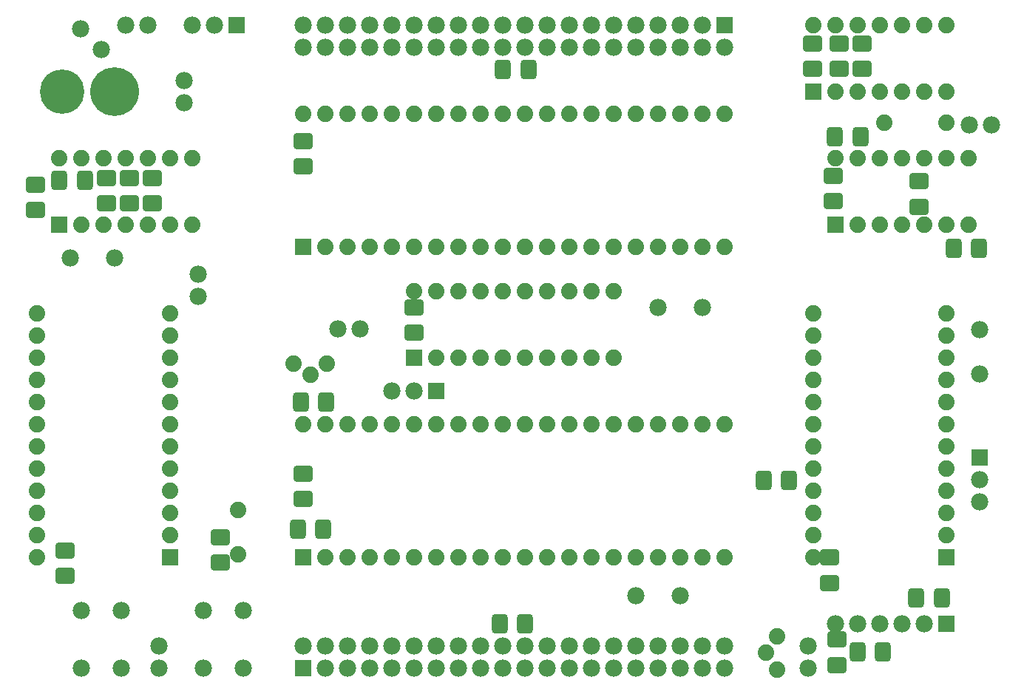
<source format=gbs>
G04*
G04  File:            8048_BOARD.GBS, Tue Feb 07 20:34:03 2017*
G04  Source:          P-CAD 2006 PCB, Version 19.02.958*
G04  Format:          Gerber Format (RS-274-D), ASCII*
G04*
G04  Format Options:  Absolute Positioning*
G04                   Leading-Zero Suppression*
G04                   Scale Factor 1:1*
G04                   NO Circular Interpolation*
G04                   Millimeter Units*
G04                   Numeric Format: 4.4 (XXXX.XXXX)*
G04                   G54 NOT Used for Aperture Change*
G04                   Apertures Embedded*
G04*
G04  File Options:    Offset = (0.000mm,0.000mm)*
G04                   Drill Symbol Size = 2.032mm*
G04                   No Pad/Via Holes*
G04*
G04  File Contents:   Pads*
G04                   No Vias*
G04                   No Designators*
G04                   No Types*
G04                   No Values*
G04                   No Drill Symbols*
G04                   Bot Mask*
G04*
%IN8048_BOARD.GBS*%
%ICAS*%
%MOMM*%
G04*
G04  Aperture MACROs for general use --- invoked via D-code assignment *
G04*
G04  General MACRO for flashed round with rotation and/or offset hole *
%AMROTOFFROUND*
1,1,$1,0.0000,0.0000*
1,0,$2,$3,$4*%
G04*
G04  General MACRO for flashed oval (obround) with rotation and/or offset hole *
%AMROTOFFOVAL*
21,1,$1,$2,0.0000,0.0000,$3*
1,1,$4,$5,$6*
1,1,$4,0-$5,0-$6*
1,0,$7,$8,$9*%
G04*
G04  General MACRO for flashed oval (obround) with rotation and no hole *
%AMROTOVALNOHOLE*
21,1,$1,$2,0.0000,0.0000,$3*
1,1,$4,$5,$6*
1,1,$4,0-$5,0-$6*%
G04*
G04  General MACRO for flashed rectangle with rotation and/or offset hole *
%AMROTOFFRECT*
21,1,$1,$2,0.0000,0.0000,$3*
1,0,$4,$5,$6*%
G04*
G04  General MACRO for flashed rectangle with rotation and no hole *
%AMROTRECTNOHOLE*
21,1,$1,$2,0.0000,0.0000,$3*%
G04*
G04  General MACRO for flashed rounded-rectangle *
%AMROUNDRECT*
21,1,$1,$2-$4,0.0000,0.0000,$3*
21,1,$1-$4,$2,0.0000,0.0000,$3*
1,1,$4,$5,$6*
1,1,$4,$7,$8*
1,1,$4,0-$5,0-$6*
1,1,$4,0-$7,0-$8*
1,0,$9,$10,$11*%
G04*
G04  General MACRO for flashed rounded-rectangle with rotation and no hole *
%AMROUNDRECTNOHOLE*
21,1,$1,$2-$4,0.0000,0.0000,$3*
21,1,$1-$4,$2,0.0000,0.0000,$3*
1,1,$4,$5,$6*
1,1,$4,$7,$8*
1,1,$4,0-$5,0-$6*
1,1,$4,0-$7,0-$8*%
G04*
G04  General MACRO for flashed regular polygon *
%AMREGPOLY*
5,1,$1,0.0000,0.0000,$2,$3+$4*
1,0,$5,$6,$7*%
G04*
G04  General MACRO for flashed regular polygon with no hole *
%AMREGPOLYNOHOLE*
5,1,$1,0.0000,0.0000,$2,$3+$4*%
G04*
G04  General MACRO for target *
%AMTARGET*
6,0,0,$1,$2,$3,4,$4,$5,$6*%
G04*
G04  General MACRO for mounting hole *
%AMMTHOLE*
1,1,$1,0,0*
1,0,$2,0,0*
$1=$1-$2*
$1=$1/2*
21,1,$2+$1,$3,0,0,$4*
21,1,$3,$2+$1,0,0,$4*%
G04*
G04*
G04  D10 : "Ellipse X0.254mm Y0.254mm H0.000mm 0.0deg (0.000mm,0.000mm) Draw"*
G04  Disc: OuterDia=0.2540*
%ADD10C, 0.2540*%
G04  D11 : "Ellipse X0.400mm Y0.400mm H0.000mm 0.0deg (0.000mm,0.000mm) Draw"*
G04  Disc: OuterDia=0.4000*
%ADD11C, 0.4000*%
G04  D12 : "Ellipse X0.500mm Y0.500mm H0.000mm 0.0deg (0.000mm,0.000mm) Draw"*
G04  Disc: OuterDia=0.5000*
%ADD12C, 0.5000*%
G04  D13 : "Ellipse X0.600mm Y0.600mm H0.000mm 0.0deg (0.000mm,0.000mm) Draw"*
G04  Disc: OuterDia=0.6000*
%ADD13C, 0.6000*%
G04  D14 : "Ellipse X0.100mm Y0.100mm H0.000mm 0.0deg (0.000mm,0.000mm) Draw"*
G04  Disc: OuterDia=0.1000*
%ADD14C, 0.1000*%
G04  D15 : "Ellipse X1.000mm Y1.000mm H0.000mm 0.0deg (0.000mm,0.000mm) Draw"*
G04  Disc: OuterDia=1.0000*
%ADD15C, 1.0000*%
G04  D16 : "Ellipse X0.102mm Y0.102mm H0.000mm 0.0deg (0.000mm,0.000mm) Draw"*
G04  Disc: OuterDia=0.1016*
%ADD16C, 0.1016*%
G04  D17 : "Ellipse X0.127mm Y0.127mm H0.000mm 0.0deg (0.000mm,0.000mm) Draw"*
G04  Disc: OuterDia=0.1270*
%ADD17C, 0.1270*%
G04  D18 : "Ellipse X1.500mm Y1.500mm H0.000mm 0.0deg (0.000mm,0.000mm) Draw"*
G04  Disc: OuterDia=1.5000*
%ADD18C, 1.5000*%
G04  D19 : "Ellipse X0.200mm Y0.200mm H0.000mm 0.0deg (0.000mm,0.000mm) Draw"*
G04  Disc: OuterDia=0.2000*
%ADD19C, 0.2000*%
G04  D20 : "Ellipse X2.000mm Y2.000mm H0.000mm 0.0deg (0.000mm,0.000mm) Draw"*
G04  Disc: OuterDia=2.0000*
%ADD20C, 2.0000*%
G04  D21 : "Ellipse X0.250mm Y0.250mm H0.000mm 0.0deg (0.000mm,0.000mm) Draw"*
G04  Disc: OuterDia=0.2500*
%ADD21C, 0.2500*%
G04  D22 : "Ellipse X4.700mm Y4.700mm H0.000mm 0.0deg (0.000mm,0.000mm) Flash"*
G04  Disc: OuterDia=4.7000*
%ADD22C, 4.7000*%
G04  D23 : "Ellipse X5.081mm Y5.081mm H0.000mm 0.0deg (0.000mm,0.000mm) Flash"*
G04  Disc: OuterDia=5.0810*
%ADD23C, 5.0810*%
G04  D24 : "Ellipse X5.200mm Y5.200mm H0.000mm 0.0deg (0.000mm,0.000mm) Flash"*
G04  Disc: OuterDia=5.2000*
%ADD24C, 5.2000*%
G04  D25 : "Ellipse X5.581mm Y5.581mm H0.000mm 0.0deg (0.000mm,0.000mm) Flash"*
G04  Disc: OuterDia=5.5810*
%ADD25C, 5.5810*%
G04  D26 : "Ellipse X1.500mm Y1.500mm H0.000mm 0.0deg (0.000mm,0.000mm) Flash"*
G04  Disc: OuterDia=1.5000*
%ADD26C, 1.5000*%
G04  D27 : "Ellipse X1.600mm Y1.600mm H0.000mm 0.0deg (0.000mm,0.000mm) Flash"*
G04  Disc: OuterDia=1.6000*
%ADD27C, 1.6000*%
G04  D28 : "Ellipse X1.881mm Y1.881mm H0.000mm 0.0deg (0.000mm,0.000mm) Flash"*
G04  Disc: OuterDia=1.8810*
%ADD28C, 1.8810*%
G04  D29 : "Ellipse X1.981mm Y1.981mm H0.000mm 0.0deg (0.000mm,0.000mm) Flash"*
G04  Disc: OuterDia=1.9810*
%ADD29C, 1.9810*%
G04  D30 : "Rounded Rectangle X3.000mm Y2.000mm H0.000mm 0.0deg (0.000mm,0.000mm) Flash"*
G04  RoundRct: DimX=3.0000, DimY=2.0000, CornerRad=0.5000, Rotation=0.0, OffsetX=0.0000, OffsetY=0.0000, HoleDia=0.0000 *
%ADD30ROUNDRECTNOHOLE, 3.0000 X2.0000 X0.0 X1.0000 X-1.0000 X-0.5000 X-1.0000 X0.5000*%
G04  D31 : "Rounded Rectangle X3.381mm Y2.381mm H0.000mm 0.0deg (0.000mm,0.000mm) Flash"*
G04  RoundRct: DimX=3.3810, DimY=2.3810, CornerRad=0.5953, Rotation=0.0, OffsetX=0.0000, OffsetY=0.0000, HoleDia=0.0000 *
%ADD31ROUNDRECTNOHOLE, 3.3810 X2.3810 X0.0 X1.1905 X-1.0953 X-0.5953 X-1.0953 X0.5953*%
G04  D32 : "Rounded Rectangle X1.500mm Y1.900mm H0.000mm 0.0deg (0.000mm,0.000mm) Flash"*
G04  RoundRct: DimX=1.5000, DimY=1.9000, CornerRad=0.3750, Rotation=0.0, OffsetX=0.0000, OffsetY=0.0000, HoleDia=0.0000 *
%ADD32ROUNDRECTNOHOLE, 1.5000 X1.9000 X0.0 X0.7500 X-0.3750 X-0.5750 X-0.3750 X0.5750*%
G04  D33 : "Rounded Rectangle X1.900mm Y1.500mm H0.000mm 0.0deg (0.000mm,0.000mm) Flash"*
G04  RoundRct: DimX=1.9000, DimY=1.5000, CornerRad=0.3750, Rotation=0.0, OffsetX=0.0000, OffsetY=0.0000, HoleDia=0.0000 *
%ADD33ROUNDRECTNOHOLE, 1.9000 X1.5000 X0.0 X0.7500 X-0.5750 X-0.3750 X-0.5750 X0.3750*%
G04  D34 : "Rounded Rectangle X1.700mm Y3.000mm H0.000mm 0.0deg (0.000mm,0.000mm) Flash"*
G04  RoundRct: DimX=1.7000, DimY=3.0000, CornerRad=0.4250, Rotation=0.0, OffsetX=0.0000, OffsetY=0.0000, HoleDia=0.0000 *
%ADD34ROUNDRECTNOHOLE, 1.7000 X3.0000 X0.0 X0.8500 X-0.4250 X-1.0750 X-0.4250 X1.0750*%
G04  D35 : "Rounded Rectangle X3.000mm Y1.700mm H0.000mm 0.0deg (0.000mm,0.000mm) Flash"*
G04  RoundRct: DimX=3.0000, DimY=1.7000, CornerRad=0.4250, Rotation=0.0, OffsetX=0.0000, OffsetY=0.0000, HoleDia=0.0000 *
%ADD35ROUNDRECTNOHOLE, 3.0000 X1.7000 X0.0 X0.8500 X-1.0750 X-0.4250 X-1.0750 X0.4250*%
G04  D36 : "Rounded Rectangle X1.881mm Y2.281mm H0.000mm 0.0deg (0.000mm,0.000mm) Flash"*
G04  RoundRct: DimX=1.8810, DimY=2.2810, CornerRad=0.4703, Rotation=0.0, OffsetX=0.0000, OffsetY=0.0000, HoleDia=0.0000 *
%ADD36ROUNDRECTNOHOLE, 1.8810 X2.2810 X0.0 X0.9405 X-0.4703 X-0.6703 X-0.4703 X0.6703*%
G04  D37 : "Rounded Rectangle X2.281mm Y1.881mm H0.000mm 0.0deg (0.000mm,0.000mm) Flash"*
G04  RoundRct: DimX=2.2810, DimY=1.8810, CornerRad=0.4703, Rotation=0.0, OffsetX=0.0000, OffsetY=0.0000, HoleDia=0.0000 *
%ADD37ROUNDRECTNOHOLE, 2.2810 X1.8810 X0.0 X0.9405 X-0.6703 X-0.4703 X-0.6703 X0.4703*%
G04  D38 : "Rounded Rectangle X2.081mm Y3.381mm H0.000mm 0.0deg (0.000mm,0.000mm) Flash"*
G04  RoundRct: DimX=2.0810, DimY=3.3810, CornerRad=0.5202, Rotation=0.0, OffsetX=0.0000, OffsetY=0.0000, HoleDia=0.0000 *
%ADD38ROUNDRECTNOHOLE, 2.0810 X3.3810 X0.0 X1.0405 X-0.5202 X-1.1703 X-0.5202 X1.1703*%
G04  D39 : "Rounded Rectangle X3.381mm Y2.081mm H0.000mm 0.0deg (0.000mm,0.000mm) Flash"*
G04  RoundRct: DimX=3.3810, DimY=2.0810, CornerRad=0.5202, Rotation=0.0, OffsetX=0.0000, OffsetY=0.0000, HoleDia=0.0000 *
%ADD39ROUNDRECTNOHOLE, 3.3810 X2.0810 X0.0 X1.0405 X-1.1703 X-0.5202 X-1.1703 X0.5202*%
G04  D40 : "Rectangle X1.500mm Y1.500mm H0.000mm 0.0deg (0.000mm,0.000mm) Flash"*
G04  Square: Side=1.5000, Rotation=0.0, OffsetX=0.0000, OffsetY=0.0000, HoleDia=0.0000*
%ADD40R, 1.5000 X1.5000*%
G04  D41 : "Rectangle X1.600mm Y1.600mm H0.000mm 0.0deg (0.000mm,0.000mm) Flash"*
G04  Square: Side=1.6000, Rotation=0.0, OffsetX=0.0000, OffsetY=0.0000, HoleDia=0.0000*
%ADD41R, 1.6000 X1.6000*%
G04  D42 : "Rectangle X1.881mm Y1.881mm H0.000mm 0.0deg (0.000mm,0.000mm) Flash"*
G04  Square: Side=1.8810, Rotation=0.0, OffsetX=0.0000, OffsetY=0.0000, HoleDia=0.0000*
%ADD42R, 1.8810 X1.8810*%
G04  D43 : "Rectangle X1.981mm Y1.981mm H0.000mm 0.0deg (0.000mm,0.000mm) Flash"*
G04  Square: Side=1.9810, Rotation=0.0, OffsetX=0.0000, OffsetY=0.0000, HoleDia=0.0000*
%ADD43R, 1.9810 X1.9810*%
G04  D44 : "Ellipse X4.500mm Y4.500mm H0.000mm 0.0deg (0.000mm,0.000mm) Flash"*
G04  Disc: OuterDia=4.5000*
%ADD44C, 4.5000*%
G04  D45 : "Ellipse X4.881mm Y4.881mm H0.000mm 0.0deg (0.000mm,0.000mm) Flash"*
G04  Disc: OuterDia=4.8810*
%ADD45C, 4.8810*%
G04  D46 : "Ellipse X1.000mm Y1.000mm H0.000mm 0.0deg (0.000mm,0.000mm) Flash"*
G04  Disc: OuterDia=1.0000*
%ADD46C, 1.0000*%
G04  D47 : "Ellipse X1.381mm Y1.381mm H0.000mm 0.0deg (0.000mm,0.000mm) Flash"*
G04  Disc: OuterDia=1.3810*
%ADD47C, 1.3810*%
G04*
%FSLAX44Y44*%
%SFA1B1*%
%OFA0.000B0.000*%
G04*
G71*
G90*
G01*
D2*
%LNBot Mask*%
D37*
X658000Y2150000D3*
Y2179000D3*
D29*
X749300Y2095500D3*
X698500D3*
X734000Y2334000D3*
X800100Y1651000D3*
Y1625600D3*
D37*
X792000Y2158000D3*
Y2187000D3*
D29*
X1030000Y2014000D3*
X1004600D3*
X1346200Y1708150D3*
X1397000D3*
X1422400Y2038350D3*
D37*
X1576000Y1658000D3*
Y1629000D3*
X1548600Y2312000D3*
Y2341000D3*
D29*
X1739900Y1962150D3*
Y2012950D3*
D36*
X1710000Y2106000D3*
X1739000D3*
D29*
X710000Y2358000D3*
D37*
X869950Y1746250D3*
Y1775250D3*
X965200Y1847850D3*
Y1818850D3*
Y2228850D3*
Y2199850D3*
X1568000Y1752000D3*
Y1723000D3*
D36*
X685800Y2184400D3*
X714800D3*
D37*
X740000Y2158000D3*
Y2187000D3*
X766000Y2158000D3*
Y2187000D3*
D43*
X1117600Y1943100D3*
D29*
X1066800D3*
X1092200D3*
D37*
Y2038350D3*
Y2009350D3*
D29*
X1543050Y1625600D3*
Y1651000D3*
D28*
X1508000Y1624000D3*
X1495300Y1643050D3*
X1508000Y1662100D3*
D29*
X1371600Y2038350D3*
D36*
X1600000Y1644000D3*
X1629000D3*
X1696000Y1706000D3*
X1667000D3*
D37*
X1670000Y2154000D3*
Y2183000D3*
D29*
X1727300Y2248000D3*
X1752700D3*
D28*
X1701620Y2250000D3*
X1630500D3*
D37*
X1604600Y2312000D3*
Y2341000D3*
X1578600Y2312000D3*
Y2341000D3*
D29*
X711200Y1625600D3*
X756920D3*
X711200Y1691640D3*
X756920D3*
X850900Y1625600D3*
X896620D3*
X850900Y1691640D3*
X896620D3*
D28*
X890000Y1806800D3*
Y1756000D3*
D37*
X692000Y1760000D3*
Y1731000D3*
D29*
X844550Y2076450D3*
Y2051050D3*
X787400Y2362200D3*
X762000D3*
D43*
X889000D3*
D29*
X838200D3*
X863600D3*
X828450Y2298700D3*
Y2273300D3*
D36*
X1219200Y1676400D3*
X1190200D3*
X1193800Y2311400D3*
X1222800D3*
X1492000Y1840000D3*
X1521000D3*
D28*
X812800Y2133600D3*
X838200D3*
X736600D3*
X762000D3*
D42*
X685800D3*
D28*
X812800Y2209800D3*
X838200D3*
X762000D3*
X736600D3*
X685800D3*
X787400Y2133600D3*
X711200D3*
X787400Y2209800D3*
X711200D3*
X812800Y2006600D3*
Y2032000D3*
Y1930400D3*
Y1955800D3*
Y1854200D3*
Y1879600D3*
Y1778000D3*
Y1803400D3*
X660400Y2032000D3*
Y2006600D3*
Y1930400D3*
Y1955800D3*
Y1854200D3*
Y1879600D3*
Y1778000D3*
Y1803400D3*
X812800Y1981200D3*
Y1905000D3*
D42*
Y1752600D3*
D28*
Y1828800D3*
X660400Y1981200D3*
Y1905000D3*
Y1828800D3*
Y1752600D3*
D43*
X1739900Y1866900D3*
D29*
Y1816100D3*
Y1841500D3*
D36*
X958850Y1784350D3*
X987850D3*
D37*
X1572000Y2160000D3*
Y2189000D3*
D28*
X1295400Y1981200D3*
X1320800D3*
X1219200D3*
X1244600D3*
X1143000D3*
X1168400D3*
D42*
X1092200D3*
D28*
X1295400Y2057400D3*
X1320800D3*
X1219200D3*
X1244600D3*
X1143000D3*
X1168400D3*
X1092200D3*
X1270000Y1981200D3*
X1193800D3*
X1117600D3*
X1270000Y2057400D3*
X1193800D3*
X1117600D3*
D36*
X962000Y1930000D3*
X991000D3*
D28*
X992000Y1974000D3*
X972950Y1961300D3*
X953900Y1974000D3*
D23*
X688650Y2286000D3*
D25*
X748650D3*
D29*
X1676400Y1676400D3*
X1651000D3*
X1574800D3*
X1600200D3*
D43*
X1701800D3*
D29*
X1625600D3*
D36*
X1574000Y2234000D3*
X1603000D3*
D28*
X1676400Y2286000D3*
X1701800D3*
X1600200D3*
X1625600D3*
D42*
X1549400D3*
D28*
X1676400Y2362200D3*
X1701800D3*
X1625600D3*
X1600200D3*
X1549400D3*
X1651000Y2286000D3*
X1574800D3*
X1651000Y2362200D3*
X1574800D3*
X1701800Y2133600D3*
X1727200D3*
X1625600D3*
X1651000D3*
D42*
X1574800D3*
D28*
X1701800Y2209800D3*
X1727200D3*
X1651000D3*
X1625600D3*
X1574800D3*
X1676400Y2133600D3*
X1600200D3*
X1676400Y2209800D3*
X1600200D3*
X1701800Y2006600D3*
Y2032000D3*
Y1930400D3*
Y1955800D3*
Y1854200D3*
Y1879600D3*
Y1778000D3*
Y1803400D3*
X1549400Y2032000D3*
Y2006600D3*
Y1930400D3*
Y1955800D3*
Y1854200D3*
Y1879600D3*
Y1778000D3*
Y1803400D3*
X1701800Y1981200D3*
Y1905000D3*
D42*
Y1752600D3*
D28*
Y1828800D3*
X1549400Y1981200D3*
Y1905000D3*
Y1828800D3*
Y1752600D3*
D29*
X965200Y2336800D3*
X1041400D3*
X1016000D3*
X1117600D3*
X1092200D3*
X1193800D3*
X1168400D3*
X1270000D3*
X1244600D3*
X1346200D3*
X1320800D3*
X1422400D3*
X1397000D3*
X1219200D3*
X1143000D3*
X1066800D3*
X990600D3*
X1447800D3*
X1371600D3*
X1295400D3*
X965200Y2362200D3*
X1041400D3*
X1016000D3*
X1117600D3*
X1092200D3*
X1193800D3*
X1168400D3*
X1270000D3*
X1244600D3*
X1346200D3*
X1320800D3*
X1422400D3*
X1397000D3*
X1219200D3*
X1143000D3*
X1066800D3*
X990600D3*
D43*
X1447800D3*
D29*
X1371600D3*
X1295400D3*
D28*
X1447800Y2108200D3*
X1371600D3*
X1397000D3*
X1295400D3*
X1320800D3*
X1219200D3*
X1244600D3*
X1143000D3*
X1168400D3*
X1066800D3*
X1092200D3*
X990600D3*
X1016000D3*
X1447800Y2260600D3*
X1371600D3*
X1397000D3*
X1295400D3*
X1320800D3*
X1219200D3*
X1244600D3*
X1143000D3*
X1168400D3*
X1066800D3*
X1092200D3*
X990600D3*
X1016000D3*
X1193800Y2108200D3*
X1270000D3*
X1346200D3*
X1422400D3*
D42*
X965200D3*
D28*
X1041400D3*
X1117600D3*
X1193800Y2260600D3*
X1270000D3*
X1346200D3*
X1422400D3*
X965200D3*
X1041400D3*
X1117600D3*
X1447800Y1752600D3*
X1371600D3*
X1397000D3*
X1295400D3*
X1320800D3*
X1219200D3*
X1244600D3*
X1143000D3*
X1168400D3*
X1066800D3*
X1092200D3*
X990600D3*
X1016000D3*
X1447800Y1905000D3*
X1371600D3*
X1397000D3*
X1295400D3*
X1320800D3*
X1219200D3*
X1244600D3*
X1143000D3*
X1168400D3*
X1066800D3*
X1092200D3*
X990600D3*
X1016000D3*
X1193800Y1752600D3*
X1270000D3*
X1346200D3*
X1422400D3*
D42*
X965200D3*
D28*
X1041400D3*
X1117600D3*
X1193800Y1905000D3*
X1270000D3*
X1346200D3*
X1422400D3*
X965200D3*
X1041400D3*
X1117600D3*
D29*
X1447800Y1651000D3*
X1371600D3*
X1397000D3*
X1295400D3*
X1320800D3*
X1219200D3*
X1244600D3*
X1143000D3*
X1168400D3*
X1066800D3*
X1092200D3*
X990600D3*
X1016000D3*
X1193800D3*
X1270000D3*
X1346200D3*
X1422400D3*
X965200D3*
X1041400D3*
X1117600D3*
X1447800Y1625600D3*
X1371600D3*
X1397000D3*
X1295400D3*
X1320800D3*
X1219200D3*
X1244600D3*
X1143000D3*
X1168400D3*
X1066800D3*
X1092200D3*
X990600D3*
X1016000D3*
X1193800D3*
X1270000D3*
X1346200D3*
X1422400D3*
D43*
X965200D3*
D29*
X1041400D3*
X1117600D3*
D02M02*

</source>
